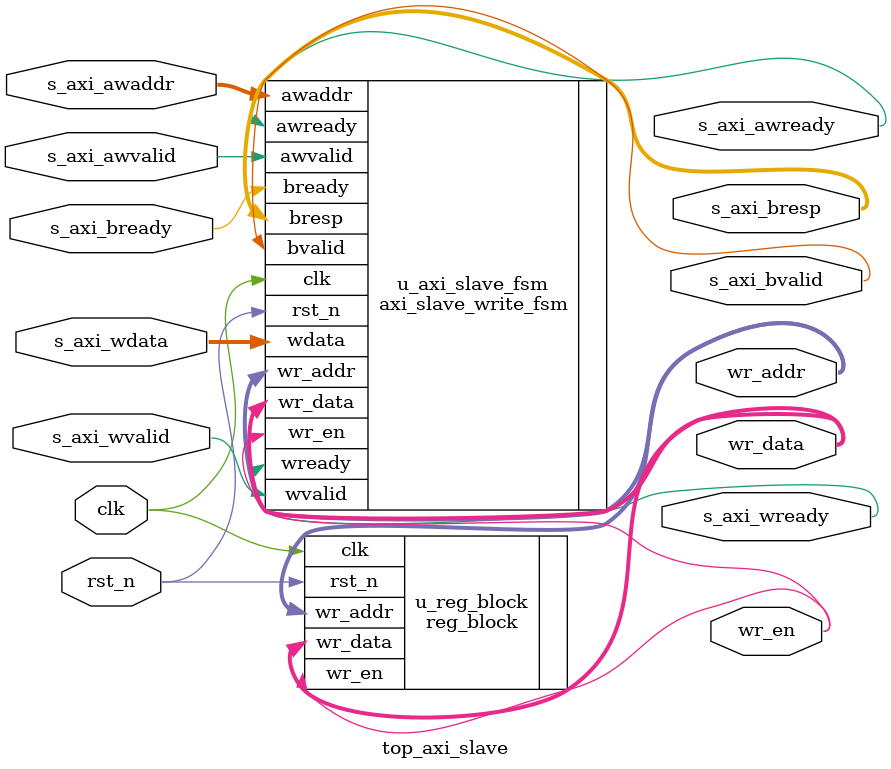
<source format=v>
`timescale 1ns/1ps
module top_axi_slave # (
	parameter ADDR_WIDTH = 4,
	parameter DATA_WIDTH = 32
)(
	input wire clk,
	input wire rst_n,
	
	// AXI Lite Write Address Channel
	input wire [ADDR_WIDTH-1:0] s_axi_awaddr,
	input wire s_axi_awvalid,
	output wire s_axi_awready,
	
	// AXI Lite Write Data Channel
	input wire [DATA_WIDTH-1:0] s_axi_wdata,
	input wire s_axi_wvalid,
	output wire s_axi_wready,
	
	// AXI Lite Write Response Channel
	output wire [1:0] s_axi_bresp,
	output wire s_axi_bvalid,
	input wire s_axi_bready,
	
	// Export internal FSM signals for observation
	output wire wr_en,
	output wire [ADDR_WIDTH-1:0] wr_addr,
	output wire [DATA_WIDTH-1:0] wr_data
	
);
	//-----------------------------------
	// Instance: AXI Write FSM
	//-----------------------------------
	axi_slave_write_fsm #(
		.ADDR_WIDTH(ADDR_WIDTH),
		.DATA_WIDTH(DATA_WIDTH)
	) u_axi_slave_fsm (
		.clk (clk),
		.rst_n (rst_n),
		.awaddr (s_axi_awaddr),
		.awvalid (s_axi_awvalid),
		.awready (s_axi_awready),
		.wdata (s_axi_wdata),
		.wvalid (s_axi_wvalid),
		.wready (s_axi_wready),
		.bresp (s_axi_bresp),
		.bvalid (s_axi_bvalid),
		.bready (s_axi_bready),
		.wr_en (wr_en),
		.wr_addr (wr_addr),
		.wr_data (wr_data)
	);
	
	//--------------------------------
	// Instance: Register Block
	//--------------------------------
	reg_block #(
		.ADDR_WIDTH(ADDR_WIDTH),
		.DATA_WIDTH(DATA_WIDTH)
	) u_reg_block (
		.clk (clk),
		.rst_n (rst_n),
		.wr_en(wr_en),
		.wr_addr(wr_addr),
		.wr_data(wr_data)
	);
endmodule
</source>
